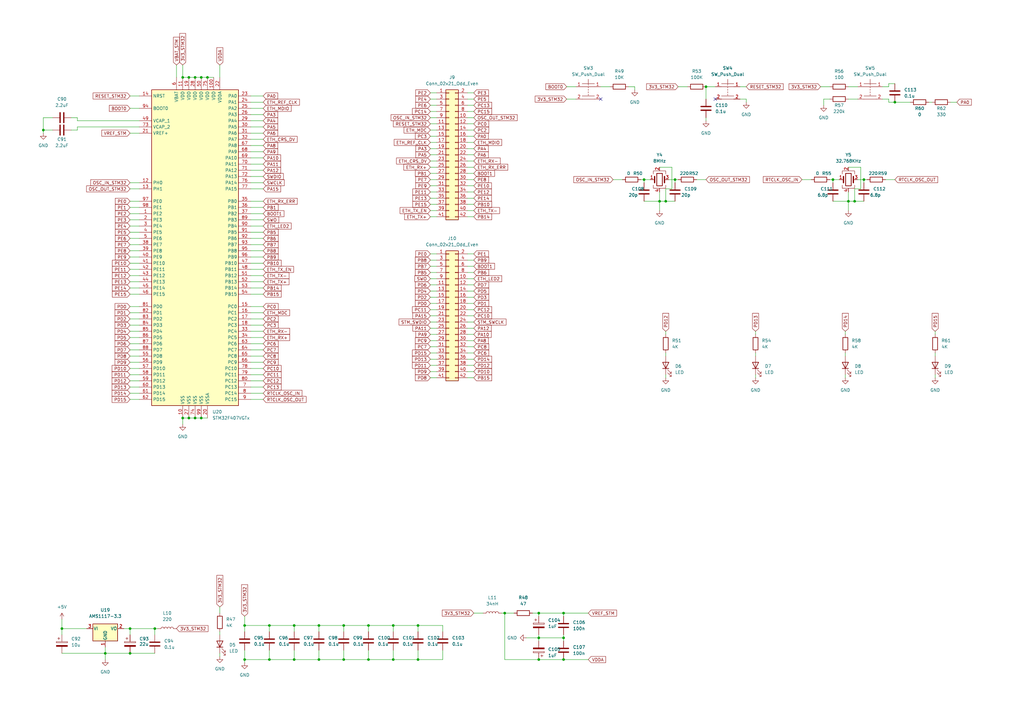
<source format=kicad_sch>
(kicad_sch (version 20211123) (generator eeschema)
  (paper "A3")
  (junction (at 220.98 270.51))
  (junction (at 231.14 270.51))
  (junction (at 43.18 267.97))
  (junction (at 53.34 257.81))
  (junction (at 82.55 171.45))
  (junction (at 231.14 251.46))
  (junction (at 85.09 31.75))
  (junction (at 161.29 270.51))
  (junction (at 120.65 256.54))
  (junction (at 151.13 256.54))
  (junction (at 77.47 31.75))
  (junction (at 74.93 171.45))
  (junction (at 220.98 251.46))
  (junction (at 110.49 270.51))
  (junction (at 25.4 257.81))
  (junction (at 264.16 73.66))
  (junction (at 171.45 270.51))
  (junction (at 347.98 82.55))
  (junction (at 171.45 256.54))
  (junction (at 80.01 171.45))
  (junction (at 354.33 73.66))
  (junction (at 207.01 251.46))
  (junction (at 220.98 261.62))
  (junction (at 53.34 267.97))
  (junction (at 350.52 82.55))
  (junction (at 231.14 261.62))
  (junction (at 130.81 270.51))
  (junction (at 140.97 270.51))
  (junction (at 82.55 31.75))
  (junction (at 63.5 257.81))
  (junction (at 110.49 256.54))
  (junction (at 276.86 73.66))
  (junction (at 100.33 270.51))
  (junction (at 367.03 41.91))
  (junction (at 80.01 31.75))
  (junction (at 74.93 31.75))
  (junction (at 151.13 270.51))
  (junction (at 270.51 82.55))
  (junction (at 289.56 35.56))
  (junction (at 77.47 171.45))
  (junction (at 120.65 270.51))
  (junction (at 17.78 53.34))
  (junction (at 130.81 256.54))
  (junction (at 161.29 256.54))
  (junction (at 273.05 82.55))
  (junction (at 100.33 256.54))
  (junction (at 140.97 256.54))
  (junction (at 341.63 73.66))
  (no_connect (at 246.38 40.64))
  (no_connect (at 293.37 40.64))
  (wire (pts (xy 130.81 256.54) (xy 140.97 256.54)))
  (wire (pts (xy 29.21 53.34) (xy 31.75 53.34)))
  (wire (pts (xy 191.77 73.66) (xy 194.31 73.66)))
  (wire (pts (xy 53.34 107.95) (xy 57.15 107.95)))
  (wire (pts (xy 383.54 144.78) (xy 383.54 146.05)))
  (wire (pts (xy 53.34 77.47) (xy 57.15 77.47)))
  (wire (pts (xy 176.53 154.94) (xy 179.07 154.94)))
  (wire (pts (xy 191.77 83.82) (xy 194.31 83.82)))
  (wire (pts (xy 74.93 26.67) (xy 74.93 31.75)))
  (wire (pts (xy 25.4 260.35) (xy 25.4 257.81)))
  (wire (pts (xy 191.77 63.5) (xy 194.31 63.5)))
  (wire (pts (xy 353.06 68.58) (xy 353.06 77.47)))
  (wire (pts (xy 140.97 256.54) (xy 140.97 259.08)))
  (wire (pts (xy 191.77 129.54) (xy 194.31 129.54)))
  (wire (pts (xy 364.49 40.64) (xy 364.49 41.91)))
  (wire (pts (xy 102.87 59.69) (xy 107.95 59.69)))
  (wire (pts (xy 347.98 40.64) (xy 351.79 40.64)))
  (wire (pts (xy 176.53 76.2) (xy 179.07 76.2)))
  (wire (pts (xy 53.34 115.57) (xy 57.15 115.57)))
  (wire (pts (xy 110.49 270.51) (xy 120.65 270.51)))
  (wire (pts (xy 191.77 60.96) (xy 194.31 60.96)))
  (wire (pts (xy 63.5 257.81) (xy 64.77 257.81)))
  (wire (pts (xy 181.61 256.54) (xy 181.61 259.08)))
  (wire (pts (xy 151.13 256.54) (xy 161.29 256.54)))
  (wire (pts (xy 176.53 106.68) (xy 179.07 106.68)))
  (wire (pts (xy 102.87 54.61) (xy 107.95 54.61)))
  (wire (pts (xy 140.97 266.7) (xy 140.97 270.51)))
  (wire (pts (xy 383.54 135.89) (xy 383.54 137.16)))
  (wire (pts (xy 130.81 256.54) (xy 130.81 259.08)))
  (wire (pts (xy 102.87 57.15) (xy 107.95 57.15)))
  (wire (pts (xy 191.77 76.2) (xy 194.31 76.2)))
  (wire (pts (xy 53.34 130.81) (xy 57.15 130.81)))
  (wire (pts (xy 251.46 73.66) (xy 255.27 73.66)))
  (wire (pts (xy 176.53 71.12) (xy 179.07 71.12)))
  (wire (pts (xy 53.34 105.41) (xy 57.15 105.41)))
  (wire (pts (xy 100.33 256.54) (xy 110.49 256.54)))
  (wire (pts (xy 176.53 152.4) (xy 179.07 152.4)))
  (wire (pts (xy 102.87 100.33) (xy 107.95 100.33)))
  (wire (pts (xy 176.53 147.32) (xy 179.07 147.32)))
  (wire (pts (xy 347.98 82.55) (xy 350.52 82.55)))
  (wire (pts (xy 347.98 82.55) (xy 347.98 86.36)))
  (wire (pts (xy 171.45 256.54) (xy 171.45 259.08)))
  (wire (pts (xy 53.34 54.61) (xy 57.15 54.61)))
  (wire (pts (xy 191.77 50.8) (xy 194.31 50.8)))
  (wire (pts (xy 275.59 77.47) (xy 273.05 77.47)))
  (wire (pts (xy 351.79 73.66) (xy 354.33 73.66)))
  (wire (pts (xy 257.81 35.56) (xy 260.35 35.56)))
  (wire (pts (xy 181.61 266.7) (xy 181.61 270.51)))
  (wire (pts (xy 191.77 45.72) (xy 194.31 45.72)))
  (wire (pts (xy 191.77 38.1) (xy 194.31 38.1)))
  (wire (pts (xy 102.87 74.93) (xy 107.95 74.93)))
  (wire (pts (xy 102.87 118.11) (xy 107.95 118.11)))
  (wire (pts (xy 102.87 143.51) (xy 107.95 143.51)))
  (wire (pts (xy 151.13 256.54) (xy 151.13 259.08)))
  (wire (pts (xy 53.34 156.21) (xy 57.15 156.21)))
  (wire (pts (xy 191.77 116.84) (xy 194.31 116.84)))
  (wire (pts (xy 53.34 260.35) (xy 53.34 257.81)))
  (wire (pts (xy 110.49 256.54) (xy 110.49 259.08)))
  (wire (pts (xy 231.14 260.35) (xy 231.14 261.62)))
  (wire (pts (xy 383.54 153.67) (xy 383.54 154.94)))
  (wire (pts (xy 53.34 39.37) (xy 57.15 39.37)))
  (wire (pts (xy 102.87 153.67) (xy 107.95 153.67)))
  (wire (pts (xy 191.77 149.86) (xy 194.31 149.86)))
  (wire (pts (xy 161.29 270.51) (xy 171.45 270.51)))
  (wire (pts (xy 102.87 77.47) (xy 107.95 77.47)))
  (wire (pts (xy 102.87 138.43) (xy 107.95 138.43)))
  (wire (pts (xy 17.78 53.34) (xy 17.78 48.26)))
  (wire (pts (xy 231.14 251.46) (xy 241.3 251.46)))
  (wire (pts (xy 102.87 102.87) (xy 107.95 102.87)))
  (wire (pts (xy 220.98 251.46) (xy 220.98 252.73)))
  (wire (pts (xy 306.07 40.64) (xy 306.07 41.91)))
  (wire (pts (xy 303.53 35.56) (xy 306.07 35.56)))
  (wire (pts (xy 264.16 82.55) (xy 270.51 82.55)))
  (wire (pts (xy 100.33 270.51) (xy 110.49 270.51)))
  (wire (pts (xy 191.77 104.14) (xy 194.31 104.14)))
  (wire (pts (xy 120.65 256.54) (xy 130.81 256.54)))
  (wire (pts (xy 346.71 153.67) (xy 346.71 154.94)))
  (wire (pts (xy 31.75 48.26) (xy 29.21 48.26)))
  (wire (pts (xy 102.87 64.77) (xy 107.95 64.77)))
  (wire (pts (xy 273.05 82.55) (xy 276.86 82.55)))
  (wire (pts (xy 176.53 134.62) (xy 179.07 134.62)))
  (wire (pts (xy 176.53 45.72) (xy 179.07 45.72)))
  (wire (pts (xy 264.16 73.66) (xy 266.7 73.66)))
  (wire (pts (xy 53.34 44.45) (xy 57.15 44.45)))
  (wire (pts (xy 194.31 251.46) (xy 198.12 251.46)))
  (wire (pts (xy 17.78 54.61) (xy 17.78 53.34)))
  (wire (pts (xy 90.17 248.92) (xy 90.17 251.46)))
  (wire (pts (xy 53.34 87.63) (xy 57.15 87.63)))
  (wire (pts (xy 176.53 43.18) (xy 179.07 43.18)))
  (wire (pts (xy 102.87 82.55) (xy 107.95 82.55)))
  (wire (pts (xy 273.05 153.67) (xy 273.05 154.94)))
  (wire (pts (xy 176.53 129.54) (xy 179.07 129.54)))
  (wire (pts (xy 191.77 88.9) (xy 194.31 88.9)))
  (wire (pts (xy 85.09 31.75) (xy 87.63 31.75)))
  (wire (pts (xy 43.18 267.97) (xy 43.18 265.43)))
  (wire (pts (xy 191.77 55.88) (xy 194.31 55.88)))
  (wire (pts (xy 276.86 73.66) (xy 278.13 73.66)))
  (wire (pts (xy 328.93 73.66) (xy 332.74 73.66)))
  (wire (pts (xy 80.01 171.45) (xy 82.55 171.45)))
  (wire (pts (xy 231.14 251.46) (xy 231.14 252.73)))
  (wire (pts (xy 53.34 135.89) (xy 57.15 135.89)))
  (wire (pts (xy 31.75 52.07) (xy 31.75 53.34)))
  (wire (pts (xy 191.77 71.12) (xy 194.31 71.12)))
  (wire (pts (xy 361.95 40.64) (xy 364.49 40.64)))
  (wire (pts (xy 102.87 92.71) (xy 107.95 92.71)))
  (wire (pts (xy 176.53 142.24) (xy 179.07 142.24)))
  (wire (pts (xy 102.87 72.39) (xy 107.95 72.39)))
  (wire (pts (xy 191.77 58.42) (xy 194.31 58.42)))
  (wire (pts (xy 207.01 251.46) (xy 210.82 251.46)))
  (wire (pts (xy 191.77 114.3) (xy 194.31 114.3)))
  (wire (pts (xy 191.77 134.62) (xy 194.31 134.62)))
  (wire (pts (xy 57.15 49.53) (xy 31.75 49.53)))
  (wire (pts (xy 102.87 146.05) (xy 107.95 146.05)))
  (wire (pts (xy 270.51 82.55) (xy 273.05 82.55)))
  (wire (pts (xy 77.47 31.75) (xy 80.01 31.75)))
  (wire (pts (xy 102.87 97.79) (xy 107.95 97.79)))
  (wire (pts (xy 347.98 68.58) (xy 353.06 68.58)))
  (wire (pts (xy 354.33 73.66) (xy 354.33 74.93)))
  (wire (pts (xy 353.06 77.47) (xy 350.52 77.47)))
  (wire (pts (xy 341.63 82.55) (xy 347.98 82.55)))
  (wire (pts (xy 274.32 73.66) (xy 276.86 73.66)))
  (wire (pts (xy 53.34 163.83) (xy 57.15 163.83)))
  (wire (pts (xy 289.56 48.26) (xy 289.56 49.53)))
  (wire (pts (xy 176.53 81.28) (xy 179.07 81.28)))
  (wire (pts (xy 354.33 73.66) (xy 355.6 73.66)))
  (wire (pts (xy 176.53 50.8) (xy 179.07 50.8)))
  (wire (pts (xy 341.63 73.66) (xy 344.17 73.66)))
  (wire (pts (xy 25.4 267.97) (xy 43.18 267.97)))
  (wire (pts (xy 191.77 132.08) (xy 194.31 132.08)))
  (wire (pts (xy 74.93 171.45) (xy 74.93 173.99)))
  (wire (pts (xy 191.77 86.36) (xy 194.31 86.36)))
  (wire (pts (xy 389.89 41.91) (xy 392.43 41.91)))
  (wire (pts (xy 191.77 154.94) (xy 194.31 154.94)))
  (wire (pts (xy 215.9 261.62) (xy 220.98 261.62)))
  (wire (pts (xy 191.77 137.16) (xy 194.31 137.16)))
  (wire (pts (xy 102.87 107.95) (xy 107.95 107.95)))
  (wire (pts (xy 53.34 128.27) (xy 57.15 128.27)))
  (wire (pts (xy 17.78 53.34) (xy 21.59 53.34)))
  (wire (pts (xy 102.87 105.41) (xy 107.95 105.41)))
  (wire (pts (xy 176.53 144.78) (xy 179.07 144.78)))
  (wire (pts (xy 364.49 34.29) (xy 367.03 34.29)))
  (wire (pts (xy 102.87 135.89) (xy 107.95 135.89)))
  (wire (pts (xy 102.87 85.09) (xy 107.95 85.09)))
  (wire (pts (xy 102.87 115.57) (xy 107.95 115.57)))
  (wire (pts (xy 191.77 111.76) (xy 194.31 111.76)))
  (wire (pts (xy 218.44 251.46) (xy 220.98 251.46)))
  (wire (pts (xy 53.34 85.09) (xy 57.15 85.09)))
  (wire (pts (xy 53.34 74.93) (xy 57.15 74.93)))
  (wire (pts (xy 270.51 82.55) (xy 270.51 86.36)))
  (wire (pts (xy 350.52 77.47) (xy 350.52 82.55)))
  (wire (pts (xy 176.53 137.16) (xy 179.07 137.16)))
  (wire (pts (xy 341.63 73.66) (xy 341.63 74.93)))
  (wire (pts (xy 102.87 133.35) (xy 107.95 133.35)))
  (wire (pts (xy 220.98 261.62) (xy 231.14 261.62)))
  (wire (pts (xy 100.33 252.73) (xy 100.33 256.54)))
  (wire (pts (xy 43.18 267.97) (xy 43.18 270.51)))
  (wire (pts (xy 191.77 119.38) (xy 194.31 119.38)))
  (wire (pts (xy 171.45 270.51) (xy 171.45 266.7)))
  (wire (pts (xy 102.87 128.27) (xy 107.95 128.27)))
  (wire (pts (xy 161.29 266.7) (xy 161.29 270.51)))
  (wire (pts (xy 191.77 124.46) (xy 194.31 124.46)))
  (wire (pts (xy 176.53 60.96) (xy 179.07 60.96)))
  (wire (pts (xy 176.53 104.14) (xy 179.07 104.14)))
  (wire (pts (xy 346.71 135.89) (xy 346.71 137.16)))
  (wire (pts (xy 53.34 113.03) (xy 57.15 113.03)))
  (wire (pts (xy 176.53 83.82) (xy 179.07 83.82)))
  (wire (pts (xy 278.13 35.56) (xy 281.94 35.56)))
  (wire (pts (xy 53.34 97.79) (xy 57.15 97.79)))
  (wire (pts (xy 191.77 142.24) (xy 194.31 142.24)))
  (wire (pts (xy 140.97 256.54) (xy 151.13 256.54)))
  (wire (pts (xy 246.38 35.56) (xy 250.19 35.56)))
  (wire (pts (xy 53.34 161.29) (xy 57.15 161.29)))
  (wire (pts (xy 53.34 110.49) (xy 57.15 110.49)))
  (wire (pts (xy 176.53 121.92) (xy 179.07 121.92)))
  (wire (pts (xy 31.75 49.53) (xy 31.75 48.26)))
  (wire (pts (xy 176.53 38.1) (xy 179.07 38.1)))
  (wire (pts (xy 102.87 125.73) (xy 107.95 125.73)))
  (wire (pts (xy 102.87 67.31) (xy 107.95 67.31)))
  (wire (pts (xy 191.77 152.4) (xy 194.31 152.4)))
  (wire (pts (xy 337.82 43.18) (xy 337.82 40.64)))
  (wire (pts (xy 102.87 110.49) (xy 107.95 110.49)))
  (wire (pts (xy 191.77 40.64) (xy 194.31 40.64)))
  (wire (pts (xy 53.34 125.73) (xy 57.15 125.73)))
  (wire (pts (xy 191.77 109.22) (xy 194.31 109.22)))
  (wire (pts (xy 102.87 148.59) (xy 107.95 148.59)))
  (wire (pts (xy 53.34 118.11) (xy 57.15 118.11)))
  (wire (pts (xy 363.22 73.66) (xy 367.03 73.66)))
  (wire (pts (xy 57.15 52.07) (xy 31.75 52.07)))
  (wire (pts (xy 120.65 259.08) (xy 120.65 256.54)))
  (wire (pts (xy 102.87 87.63) (xy 107.95 87.63)))
  (wire (pts (xy 102.87 113.03) (xy 107.95 113.03)))
  (wire (pts (xy 176.53 114.3) (xy 179.07 114.3)))
  (wire (pts (xy 102.87 120.65) (xy 107.95 120.65)))
  (wire (pts (xy 367.03 41.91) (xy 373.38 41.91)))
  (wire (pts (xy 275.59 68.58) (xy 275.59 77.47)))
  (wire (pts (xy 53.34 95.25) (xy 57.15 95.25)))
  (wire (pts (xy 220.98 251.46) (xy 231.14 251.46)))
  (wire (pts (xy 90.17 259.08) (xy 90.17 260.35)))
  (wire (pts (xy 176.53 119.38) (xy 179.07 119.38)))
  (wire (pts (xy 361.95 35.56) (xy 364.49 35.56)))
  (wire (pts (xy 53.34 148.59) (xy 57.15 148.59)))
  (wire (pts (xy 273.05 77.47) (xy 273.05 82.55)))
  (wire (pts (xy 102.87 130.81) (xy 107.95 130.81)))
  (wire (pts (xy 309.88 153.67) (xy 309.88 154.94)))
  (wire (pts (xy 273.05 144.78) (xy 273.05 146.05)))
  (wire (pts (xy 53.34 133.35) (xy 57.15 133.35)))
  (wire (pts (xy 140.97 270.51) (xy 151.13 270.51)))
  (wire (pts (xy 100.33 270.51) (xy 100.33 271.78)))
  (wire (pts (xy 364.49 41.91) (xy 367.03 41.91)))
  (wire (pts (xy 191.77 81.28) (xy 194.31 81.28)))
  (wire (pts (xy 289.56 35.56) (xy 293.37 35.56)))
  (wire (pts (xy 53.34 140.97) (xy 57.15 140.97)))
  (wire (pts (xy 63.5 257.81) (xy 63.5 260.35)))
  (wire (pts (xy 53.34 143.51) (xy 57.15 143.51)))
  (wire (pts (xy 102.87 49.53) (xy 107.95 49.53)))
  (wire (pts (xy 102.87 62.23) (xy 107.95 62.23)))
  (wire (pts (xy 207.01 270.51) (xy 220.98 270.51)))
  (wire (pts (xy 176.53 66.04) (xy 179.07 66.04)))
  (wire (pts (xy 191.77 121.92) (xy 194.31 121.92)))
  (wire (pts (xy 53.34 102.87) (xy 57.15 102.87)))
  (wire (pts (xy 176.53 109.22) (xy 179.07 109.22)))
  (wire (pts (xy 53.34 153.67) (xy 57.15 153.67)))
  (wire (pts (xy 176.53 86.36) (xy 179.07 86.36)))
  (wire (pts (xy 110.49 266.7) (xy 110.49 270.51)))
  (wire (pts (xy 260.35 35.56) (xy 260.35 36.83)))
  (wire (pts (xy 82.55 171.45) (xy 85.09 171.45)))
  (wire (pts (xy 270.51 68.58) (xy 275.59 68.58)))
  (wire (pts (xy 176.53 40.64) (xy 179.07 40.64)))
  (wire (pts (xy 53.34 100.33) (xy 57.15 100.33)))
  (wire (pts (xy 102.87 44.45) (xy 107.95 44.45)))
  (wire (pts (xy 176.53 53.34) (xy 179.07 53.34)))
  (wire (pts (xy 25.4 254) (xy 25.4 257.81)))
  (wire (pts (xy 161.29 256.54) (xy 171.45 256.54)))
  (wire (pts (xy 82.55 31.75) (xy 85.09 31.75)))
  (wire (pts (xy 207.01 251.46) (xy 207.01 270.51)))
  (wire (pts (xy 191.77 78.74) (xy 194.31 78.74)))
  (wire (pts (xy 346.71 144.78) (xy 346.71 146.05)))
  (wire (pts (xy 205.74 251.46) (xy 207.01 251.46)))
  (wire (pts (xy 176.53 127) (xy 179.07 127)))
  (wire (pts (xy 270.51 78.74) (xy 270.51 82.55)))
  (wire (pts (xy 176.53 78.74) (xy 179.07 78.74)))
  (wire (pts (xy 273.05 135.89) (xy 273.05 137.16)))
  (wire (pts (xy 25.4 257.81) (xy 35.56 257.81)))
  (wire (pts (xy 264.16 73.66) (xy 264.16 74.93)))
  (wire (pts (xy 171.45 256.54) (xy 181.61 256.54)))
  (wire (pts (xy 90.17 26.67) (xy 90.17 31.75)))
  (wire (pts (xy 303.53 40.64) (xy 306.07 40.64)))
  (wire (pts (xy 176.53 48.26) (xy 179.07 48.26)))
  (wire (pts (xy 53.34 146.05) (xy 57.15 146.05)))
  (wire (pts (xy 53.34 138.43) (xy 57.15 138.43)))
  (wire (pts (xy 176.53 68.58) (xy 179.07 68.58)))
  (wire (pts (xy 102.87 140.97) (xy 107.95 140.97)))
  (wire (pts (xy 102.87 39.37) (xy 107.95 39.37)))
  (wire (pts (xy 347.98 78.74) (xy 347.98 82.55)))
  (wire (pts (xy 176.53 149.86) (xy 179.07 149.86)))
  (wire (pts (xy 347.98 35.56) (xy 351.79 35.56)))
  (wire (pts (xy 102.87 95.25) (xy 107.95 95.25)))
  (wire (pts (xy 191.77 48.26) (xy 194.31 48.26)))
  (wire (pts (xy 151.13 270.51) (xy 161.29 270.51)))
  (wire (pts (xy 102.87 151.13) (xy 107.95 151.13)))
  (wire (pts (xy 350.52 82.55) (xy 354.33 82.55)))
  (wire (pts (xy 176.53 55.88) (xy 179.07 55.88)))
  (wire (pts (xy 176.53 116.84) (xy 179.07 116.84)))
  (wire (pts (xy 53.34 267.97) (xy 63.5 267.97)))
  (wire (pts (xy 102.87 156.21) (xy 107.95 156.21)))
  (wire (pts (xy 191.77 68.58) (xy 194.31 68.58)))
  (wire (pts (xy 191.77 127) (xy 194.31 127)))
  (wire (pts (xy 336.55 35.56) (xy 340.36 35.56)))
  (wire (pts (xy 102.87 69.85) (xy 107.95 69.85)))
  (wire (pts (xy 120.65 266.7) (xy 120.65 270.51)))
  (wire (pts (xy 191.77 139.7) (xy 194.31 139.7)))
  (wire (pts (xy 176.53 88.9) (xy 179.07 88.9)))
  (wire (pts (xy 340.36 73.66) (xy 341.63 73.66)))
  (wire (pts (xy 262.89 73.66) (xy 264.16 73.66)))
  (wire (pts (xy 191.77 147.32) (xy 194.31 147.32)))
  (wire (pts (xy 176.53 124.46) (xy 179.07 124.46)))
  (wire (pts (xy 289.56 35.56) (xy 289.56 40.64)))
  (wire (pts (xy 102.87 41.91) (xy 107.95 41.91)))
  (wire (pts (xy 191.77 144.78) (xy 194.31 144.78)))
  (wire (pts (xy 102.87 161.29) (xy 107.95 161.29)))
  (wire (pts (xy 90.17 267.97) (xy 90.17 269.24)))
  (wire (pts (xy 120.65 270.51) (xy 130.81 270.51)))
  (wire (pts (xy 74.93 31.75) (xy 77.47 31.75)))
  (wire (pts (xy 53.34 92.71) (xy 57.15 92.71)))
  (wire (pts (xy 176.53 132.08) (xy 179.07 132.08)))
  (wire (pts (xy 100.33 266.7) (xy 100.33 270.51)))
  (wire (pts (xy 53.34 257.81) (xy 63.5 257.81)))
  (wire (pts (xy 309.88 144.78) (xy 309.88 146.05)))
  (wire (pts (xy 191.77 66.04) (xy 194.31 66.04)))
  (wire (pts (xy 176.53 58.42) (xy 179.07 58.42)))
  (wire (pts (xy 276.86 73.66) (xy 276.86 74.93)))
  (wire (pts (xy 53.34 90.17) (xy 57.15 90.17)))
  (wire (pts (xy 17.78 48.26) (xy 21.59 48.26)))
  (wire (pts (xy 100.33 256.54) (xy 100.33 259.08)))
  (wire (pts (xy 102.87 90.17) (xy 107.95 90.17)))
  (wire (pts (xy 74.93 171.45) (xy 77.47 171.45)))
  (wire (pts (xy 130.81 270.51) (xy 140.97 270.51)))
  (wire (pts (xy 381 41.91) (xy 382.27 41.91)))
  (wire (pts (xy 43.18 267.97) (xy 53.34 267.97)))
  (wire (pts (xy 110.49 256.54) (xy 120.65 256.54)))
  (wire (pts (xy 181.61 270.51) (xy 171.45 270.51)))
  (wire (pts (xy 50.8 257.81) (xy 53.34 257.81)))
  (wire (pts (xy 220.98 260.35) (xy 220.98 261.62)))
  (wire (pts (xy 220.98 270.51) (xy 231.14 270.51)))
  (wire (pts (xy 220.98 261.62) (xy 220.98 262.89)))
  (wire (pts (xy 232.41 40.64) (xy 236.22 40.64)))
  (wire (pts (xy 161.29 259.08) (xy 161.29 256.54)))
  (wire (pts (xy 191.77 43.18) (xy 194.31 43.18)))
  (wire (pts (xy 364.49 35.56) (xy 364.49 34.29)))
  (wire (pts (xy 151.13 266.7) (xy 151.13 270.51)))
  (wire (pts (xy 232.41 35.56) (xy 236.22 35.56)))
  (wire (pts (xy 53.34 82.55) (xy 57.15 82.55)))
  (wire (pts (xy 176.53 139.7) (xy 179.07 139.7)))
  (wire (pts (xy 176.53 63.5) (xy 179.07 63.5)))
  (wire (pts (xy 102.87 46.99) (xy 107.95 46.99)))
  (wire (pts (xy 53.34 120.65) (xy 57.15 120.65)))
  (wire (pts (xy 285.75 73.66) (xy 289.56 73.66)))
  (wire (pts (xy 176.53 73.66) (xy 179.07 73.66)))
  (wire (pts (xy 130.81 266.7) (xy 130.81 270.51)))
  (wire (pts (xy 80.01 31.75) (xy 82.55 31.75)))
  (wire (pts (xy 53.34 158.75) (xy 57.15 158.75)))
  (wire (pts (xy 231.14 270.51) (xy 241.3 270.51)))
  (wire (pts (xy 231.14 261.62) (xy 231.14 262.89)))
  (wire (pts (xy 191.77 106.68) (xy 194.31 106.68)))
  (wire (pts (xy 176.53 111.76) (xy 179.07 111.76)))
  (wire (pts (xy 102.87 163.83) (xy 107.95 163.83)))
  (wire (pts (xy 72.39 26.67) (xy 72.39 31.75)))
  (wire (pts (xy 309.88 135.89) (xy 309.88 137.16)))
  (wire (pts (xy 77.47 171.45) (xy 80.01 171.45)))
  (wire (pts (xy 102.87 52.07) (xy 107.95 52.07)))
  (wire (pts (xy 53.34 151.13) (xy 57.15 151.13)))
  (wire (pts (xy 191.77 53.34) (xy 194.31 53.34)))
  (wire (pts (xy 102.87 158.75) (xy 107.95 158.75)))
  (wire (pts (xy 337.82 40.64) (xy 340.36 40.64)))
  (global_label "PD2" (shape input) (at 53.34 130.81 180) (property "Intersheet References" "${INTERSHEET_REFS}" (effects hide)))
  (global_label "ETH_RX_ERR" (shape input) (at 194.31 68.58 0) (property "Intersheet References" "${INTERSHEET_REFS}" (effects hide)))
  (global_label "PD7" (shape input) (at 194.31 116.84 0) (property "Intersheet References" "${INTERSHEET_REFS}" (effects hide)))
  (global_label "PE11" (shape input) (at 53.34 110.49 180) (property "Intersheet References" "${INTERSHEET_REFS}" (effects hide)))
  (global_label "PD3" (shape input) (at 53.34 133.35 180) (property "Intersheet References" "${INTERSHEET_REFS}" (effects hide)))
  (global_label "PA12" (shape input) (at 107.95 69.85 0) (property "Intersheet References" "${INTERSHEET_REFS}" (effects hide)))
  (global_label "PE15" (shape input) (at 176.53 83.82 180) (property "Intersheet References" "${INTERSHEET_REFS}" (effects hide)))
  (global_label "PA15" (shape input) (at 107.95 77.47 0) (property "Intersheet References" "${INTERSHEET_REFS}" (effects hide)))
  (global_label "PD5" (shape input) (at 53.34 138.43 180) (property "Intersheet References" "${INTERSHEET_REFS}" (effects hide)))
  (global_label "PD15" (shape input) (at 53.34 163.83 180) (property "Intersheet References" "${INTERSHEET_REFS}" (effects hide)))
  (global_label "ETH_MDC" (shape input) (at 107.95 128.27 0) (property "Intersheet References" "${INTERSHEET_REFS}" (effects hide)))
  (global_label "PC9" (shape input) (at 176.53 139.7 180) (property "Intersheet References" "${INTERSHEET_REFS}" (effects hide)))
  (global_label "3V3_STM32" (shape input) (at 232.41 40.64 180) (property "Intersheet References" "${INTERSHEET_REFS}" (effects hide)))
  (global_label "PD12" (shape input) (at 53.34 156.21 180) (property "Intersheet References" "${INTERSHEET_REFS}" (effects hide)))
  (global_label "ETH_RX-" (shape input) (at 107.95 135.89 0) (property "Intersheet References" "${INTERSHEET_REFS}" (effects hide)))
  (global_label "PA9" (shape input) (at 176.53 137.16 180) (property "Intersheet References" "${INTERSHEET_REFS}" (effects hide)))
  (global_label "PE11" (shape input) (at 176.53 78.74 180) (property "Intersheet References" "${INTERSHEET_REFS}" (effects hide)))
  (global_label "PB1" (shape input) (at 107.95 85.09 0) (property "Intersheet References" "${INTERSHEET_REFS}" (effects hide)))
  (global_label "PC7" (shape input) (at 176.53 142.24 180) (property "Intersheet References" "${INTERSHEET_REFS}" (effects hide)))
  (global_label "ETH_TX_EN" (shape input) (at 107.95 110.49 0) (property "Intersheet References" "${INTERSHEET_REFS}" (effects hide)))
  (global_label "PB10" (shape input) (at 194.31 83.82 0) (property "Intersheet References" "${INTERSHEET_REFS}" (effects hide)))
  (global_label "PD14" (shape input) (at 346.71 135.89 90) (property "Intersheet References" "${INTERSHEET_REFS}" (effects hide)))
  (global_label "VDDA" (shape input) (at 241.3 270.51 0) (property "Intersheet References" "${INTERSHEET_REFS}" (effects hide)))
  (global_label "ETH_CRS_DV" (shape input) (at 176.53 66.04 180) (property "Intersheet References" "${INTERSHEET_REFS}" (effects hide)))
  (global_label "PB15" (shape input) (at 194.31 154.94 0) (property "Intersheet References" "${INTERSHEET_REFS}" (effects hide)))
  (global_label "PE3" (shape input) (at 194.31 38.1 0) (property "Intersheet References" "${INTERSHEET_REFS}" (effects hide)))
  (global_label "PA3" (shape input) (at 176.53 60.96 180) (property "Intersheet References" "${INTERSHEET_REFS}" (effects hide)))
  (global_label "PA0" (shape input) (at 194.31 55.88 0) (property "Intersheet References" "${INTERSHEET_REFS}" (effects hide)))
  (global_label "RTCLK_OSC_IN" (shape input) (at 328.93 73.66 180) (property "Intersheet References" "${INTERSHEET_REFS}" (effects hide)))
  (global_label "PD2" (shape input) (at 176.53 121.92 180) (property "Intersheet References" "${INTERSHEET_REFS}" (effects hide)))
  (global_label "PD13" (shape input) (at 176.53 147.32 180) (property "Intersheet References" "${INTERSHEET_REFS}" (effects hide)))
  (global_label "BOOT1" (shape input) (at 194.31 71.12 0) (property "Intersheet References" "${INTERSHEET_REFS}" (effects hide)))
  (global_label "PE9" (shape input) (at 53.34 105.41 180) (property "Intersheet References" "${INTERSHEET_REFS}" (effects hide)))
  (global_label "ETH_TX+" (shape input) (at 107.95 115.57 0) (property "Intersheet References" "${INTERSHEET_REFS}" (effects hide)))
  (global_label "PD9" (shape input) (at 53.34 148.59 180) (property "Intersheet References" "${INTERSHEET_REFS}" (effects hide)))
  (global_label "ETH_REF_CLK" (shape input) (at 176.53 58.42 180) (property "Intersheet References" "${INTERSHEET_REFS}" (effects hide)))
  (global_label "ETH_RX+" (shape input) (at 176.53 68.58 180) (property "Intersheet References" "${INTERSHEET_REFS}" (effects hide)))
  (global_label "3V3_STM32" (shape input) (at 90.17 248.92 90) (property "Intersheet References" "${INTERSHEET_REFS}" (effects hide)))
  (global_label "PB6" (shape input) (at 107.95 97.79 0) (property "Intersheet References" "${INTERSHEET_REFS}" (effects hide)))
  (global_label "OSC_IN_STM32" (shape input) (at 53.34 74.93 180) (property "Intersheet References" "${INTERSHEET_REFS}" (effects hide)))
  (global_label "PA11" (shape input) (at 176.53 134.62 180) (property "Intersheet References" "${INTERSHEET_REFS}" (effects hide)))
  (global_label "PB10" (shape input) (at 107.95 107.95 0) (property "Intersheet References" "${INTERSHEET_REFS}" (effects hide)))
  (global_label "RTCLK_OSC_IN" (shape input) (at 107.95 161.29 0) (property "Intersheet References" "${INTERSHEET_REFS}" (effects hide)))
  (global_label "STM_SWCLK" (shape input) (at 194.31 132.08 0) (property "Intersheet References" "${INTERSHEET_REFS}" (effects hide)))
  (global_label "PA8" (shape input) (at 194.31 139.7 0) (property "Intersheet References" "${INTERSHEET_REFS}" (effects hide)))
  (global_label "PE0" (shape input) (at 53.34 82.55 180) (property "Intersheet References" "${INTERSHEET_REFS}" (effects hide)))
  (global_label "PE14" (shape input) (at 194.31 81.28 0) (property "Intersheet References" "${INTERSHEET_REFS}" (effects hide)))
  (global_label "ETH_TX+" (shape input) (at 176.53 88.9 180) (property "Intersheet References" "${INTERSHEET_REFS}" (effects hide)))
  (global_label "ETH_TX_EN" (shape input) (at 176.53 86.36 180) (property "Intersheet References" "${INTERSHEET_REFS}" (effects hide)))
  (global_label "PE7" (shape input) (at 53.34 100.33 180) (property "Intersheet References" "${INTERSHEET_REFS}" (effects hide)))
  (global_label "PD0" (shape input) (at 176.53 124.46 180) (property "Intersheet References" "${INTERSHEET_REFS}" (effects hide)))
  (global_label "PD1" (shape input) (at 53.34 128.27 180) (property "Intersheet References" "${INTERSHEET_REFS}" (effects hide)))
  (global_label "PB8" (shape input) (at 107.95 102.87 0) (property "Intersheet References" "${INTERSHEET_REFS}" (effects hide)))
  (global_label "PC8" (shape input) (at 107.95 146.05 0) (property "Intersheet References" "${INTERSHEET_REFS}" (effects hide)))
  (global_label "ETH_RX_ERR" (shape input) (at 107.95 82.55 0) (property "Intersheet References" "${INTERSHEET_REFS}" (effects hide)))
  (global_label "PA8" (shape input) (at 107.95 59.69 0) (property "Intersheet References" "${INTERSHEET_REFS}" (effects hide)))
  (global_label "PA6" (shape input) (at 194.31 63.5 0) (property "Intersheet References" "${INTERSHEET_REFS}" (effects hide)))
  (global_label "SWCLK" (shape input) (at 107.95 74.93 0) (property "Intersheet References" "${INTERSHEET_REFS}" (effects hide)))
  (global_label "PD3" (shape input) (at 194.31 121.92 0) (property "Intersheet References" "${INTERSHEET_REFS}" (effects hide)))
  (global_label "PC12" (shape input) (at 194.31 127 0) (property "Intersheet References" "${INTERSHEET_REFS}" (effects hide)))
  (global_label "PE3" (shape input) (at 53.34 90.17 180) (property "Intersheet References" "${INTERSHEET_REFS}" (effects hide)))
  (global_label "3V3_STM32" (shape input) (at 278.13 35.56 180) (property "Intersheet References" "${INTERSHEET_REFS}" (effects hide)))
  (global_label "PC11" (shape input) (at 176.53 127 180) (property "Intersheet References" "${INTERSHEET_REFS}" (effects hide)))
  (global_label "ETH_MDIO" (shape input) (at 194.31 58.42 0) (property "Intersheet References" "${INTERSHEET_REFS}" (effects hide)))
  (global_label "PD1" (shape input) (at 194.31 124.46 0) (property "Intersheet References" "${INTERSHEET_REFS}" (effects hide)))
  (global_label "PC2" (shape input) (at 107.95 130.81 0) (property "Intersheet References" "${INTERSHEET_REFS}" (effects hide)))
  (global_label "VREF_STM" (shape input) (at 241.3 251.46 0) (property "Intersheet References" "${INTERSHEET_REFS}" (effects hide)))
  (global_label "PC8" (shape input) (at 194.31 142.24 0) (property "Intersheet References" "${INTERSHEET_REFS}" (effects hide)))
  (global_label "3V3_STM32" (shape input) (at 336.55 35.56 180) (property "Intersheet References" "${INTERSHEET_REFS}" (effects hide)))
  (global_label "PA10" (shape input) (at 194.31 137.16 0) (property "Intersheet References" "${INTERSHEET_REFS}" (effects hide)))
  (global_label "PB14" (shape input) (at 194.31 88.9 0) (property "Intersheet References" "${INTERSHEET_REFS}" (effects hide)))
  (global_label "PD8" (shape input) (at 53.34 146.05 180) (property "Intersheet References" "${INTERSHEET_REFS}" (effects hide)))
  (global_label "PE8" (shape input) (at 53.34 102.87 180) (property "Intersheet References" "${INTERSHEET_REFS}" (effects hide)))
  (global_label "PB5" (shape input) (at 107.95 95.25 0) (property "Intersheet References" "${INTERSHEET_REFS}" (effects hide)))
  (global_label "PC3" (shape input) (at 107.95 133.35 0) (property "Intersheet References" "${INTERSHEET_REFS}" (effects hide)))
  (global_label "BOOT0" (shape input) (at 232.41 35.56 180) (property "Intersheet References" "${INTERSHEET_REFS}" (effects hide)))
  (global_label "PD14" (shape input) (at 53.34 161.29 180) (property "Intersheet References" "${INTERSHEET_REFS}" (effects hide)))
  (global_label "PA5" (shape input) (at 176.53 63.5 180) (property "Intersheet References" "${INTERSHEET_REFS}" (effects hide)))
  (global_label "PB15" (shape input) (at 107.95 120.65 0) (property "Intersheet References" "${INTERSHEET_REFS}" (effects hide)))
  (global_label "3V3_STM32" (shape input) (at 74.93 26.67 90) (property "Intersheet References" "${INTERSHEET_REFS}" (effects hide)))
  (global_label "PD13" (shape input) (at 309.88 135.89 90) (property "Intersheet References" "${INTERSHEET_REFS}" (effects hide)))
  (global_label "PE1" (shape input) (at 53.34 85.09 180) (property "Intersheet References" "${INTERSHEET_REFS}" (effects hide)))
  (global_label "PC7" (shape input) (at 107.95 143.51 0) (property "Intersheet References" "${INTERSHEET_REFS}" (effects hide)))
  (global_label "PC15" (shape input) (at 194.31 45.72 0) (property "Intersheet References" "${INTERSHEET_REFS}" (effects hide)))
  (global_label "ETH_TX-" (shape input) (at 194.31 86.36 0) (property "Intersheet References" "${INTERSHEET_REFS}" (effects hide)))
  (global_label "PE15" (shape input) (at 53.34 120.65 180) (property "Intersheet References" "${INTERSHEET_REFS}" (effects hide)))
  (global_label "ETH_CRS_DV" (shape input) (at 107.95 57.15 0) (property "Intersheet References" "${INTERSHEET_REFS}" (effects hide)))
  (global_label "BOOT0" (shape input) (at 53.34 44.45 180) (property "Intersheet References" "${INTERSHEET_REFS}" (effects hide)))
  (global_label "PD12" (shape input) (at 273.05 135.89 90) (property "Intersheet References" "${INTERSHEET_REFS}" (effects hide)))
  (global_label "OSC_OUT_STM32" (shape input) (at 194.31 48.26 0) (property "Intersheet References" "${INTERSHEET_REFS}" (effects hide)))
  (global_label "PE9" (shape input) (at 176.53 76.2 180) (property "Intersheet References" "${INTERSHEET_REFS}" (effects hide)))
  (global_label "PC6" (shape input) (at 194.31 144.78 0) (property "Intersheet References" "${INTERSHEET_REFS}" (effects hide)))
  (global_label "ETH_REF_CLK" (shape input) (at 107.95 41.91 0) (property "Intersheet References" "${INTERSHEET_REFS}" (effects hide)))
  (global_label "ETH_LED2" (shape input) (at 194.31 114.3 0) (property "Intersheet References" "${INTERSHEET_REFS}" (effects hide)))
  (global_label "PA4" (shape input) (at 107.95 49.53 0) (property "Intersheet References" "${INTERSHEET_REFS}" (effects hide)))
  (global_label "PE1" (shape input) (at 194.31 104.14 0) (property "Intersheet References" "${INTERSHEET_REFS}" (effects hide)))
  (global_label "PA3" (shape input) (at 107.95 46.99 0) (property "Intersheet References" "${INTERSHEET_REFS}" (effects hide)))
  (global_label "PA9" (shape input) (at 107.95 62.23 0) (property "Intersheet References" "${INTERSHEET_REFS}" (effects hide)))
  (global_label "PE7" (shape input) (at 176.53 73.66 180) (property "Intersheet References" "${INTERSHEET_REFS}" (effects hide)))
  (global_label "PA4" (shape input) (at 194.31 60.96 0) (property "Intersheet References" "${INTERSHEET_REFS}" (effects hide)))
  (global_label "ETH_TX-" (shape input) (at 107.95 113.03 0) (property "Intersheet References" "${INTERSHEET_REFS}" (effects hide)))
  (global_label "PB8" (shape input) (at 176.53 106.68 180) (property "Intersheet References" "${INTERSHEET_REFS}" (effects hide)))
  (global_label "PD4" (shape input) (at 53.34 135.89 180) (property "Intersheet References" "${INTERSHEET_REFS}" (effects hide)))
  (global_label "PC12" (shape input) (at 107.95 156.21 0) (property "Intersheet References" "${INTERSHEET_REFS}" (effects hide)))
  (global_label "PD11" (shape input) (at 53.34 153.67 180) (property "Intersheet References" "${INTERSHEET_REFS}" (effects hide)))
  (global_label "VDDA" (shape input) (at 90.17 26.67 90) (property "Intersheet References" "${INTERSHEET_REFS}" (effects hide)))
  (global_label "PE5" (shape input) (at 53.34 95.25 180) (property "Intersheet References" "${INTERSHEET_REFS}" (effects hide)))
  (global_label "PA6" (shape input) (at 107.95 54.61 0) (property "Intersheet References" "${INTERSHEET_REFS}" (effects hide)))
  (global_label "BOOT1" (shape input) (at 107.95 87.63 0) (property "Intersheet References" "${INTERSHEET_REFS}" (effects hide)))
  (global_label "STM_SWDIO" (shape input) (at 176.53 132.08 180) (property "Intersheet References" "${INTERSHEET_REFS}" (effects hide)))
  (global_label "SWO" (shape input) (at 107.95 90.17 0) (property "Intersheet References" "${INTERSHEET_REFS}" (effects hide)))
  (global_label "PC6" (shape input) (at 107.95 140.97 0) (property "Intersheet References" "${INTERSHEET_REFS}" (effects hide)))
  (global_label "PB9" (shape input) (at 107.95 105.41 0) (property "Intersheet References" "${INTERSHEET_REFS}" (effects hide)))
  (global_label "PD11" (shape input) (at 176.53 149.86 180) (property "Intersheet References" "${INTERSHEET_REFS}" (effects hide)))
  (global_label "PD15" (shape input) (at 176.53 144.78 180) (property "Intersheet References" "${INTERSHEET_REFS}" (effects hide)))
  (global_label "ETH_RX+" (shape input) (at 107.95 138.43 0) (property "Intersheet References" "${INTERSHEET_REFS}" (effects hide)))
  (global_label "ETH_LED2" (shape input) (at 107.95 92.71 0) (property "Intersheet References" "${INTERSHEET_REFS}" (effects hide)))
  (global_label "PD10" (shape input) (at 53.34 151.13 180) (property "Intersheet References" "${INTERSHEET_REFS}" (effects hide)))
  (global_label "PD7" (shape input) (at 53.34 143.51 180) (property "Intersheet References" "${INTERSHEET_REFS}" (effects hide)))
  (global_label "RESET_STM32" (shape input) (at 53.34 39.37 180) (property "Intersheet References" "${INTERSHEET_REFS}" (effects hide)))
  (global_label "VBAT_STM" (shape input) (at 72.39 26.67 90) (property "Intersheet References" "${INTERSHEET_REFS}" (effects hide)))
  (global_label "PE0" (shape input) (at 176.53 104.14 180) (property "Intersheet References" "${INTERSHEET_REFS}" (effects hide)))
  (global_label "PC0" (shape input) (at 194.31 50.8 0) (property "Intersheet References" "${INTERSHEET_REFS}" (effects hide)))
  (global_label "OSC_OUT_STM32" (shape input) (at 53.34 77.47 180) (property "Intersheet References" "${INTERSHEET_REFS}" (effects hide)))
  (global_label "PE13" (shape input) (at 53.34 115.57 180) (property "Intersheet References" "${INTERSHEET_REFS}" (effects hide)))
  (global_label "PC11" (shape input) (at 107.95 153.67 0) (property "Intersheet References" "${INTERSHEET_REFS}" (effects hide)))
  (global_label "PB6" (shape input) (at 194.31 111.76 0) (property "Intersheet References" "${INTERSHEET_REFS}" (effects hide)))
  (global_label "PD12" (shape input) (at 194.31 149.86 0) (property "Intersheet References" "${INTERSHEET_REFS}" (effects hide)))
  (global_label "PE2" (shape input) (at 53.34 87.63 180) (property "Intersheet References" "${INTERSHEET_REFS}" (effects hide)))
  (global_label "VREF_STM" (shape input) (at 53.34 54.61 180) (property "Intersheet References" "${INTERSHEET_REFS}" (effects hide)))
  (global_label "PD15" (shape input) (at 383.54 135.89 90) (property "Intersheet References" "${INTERSHEET_REFS}" (effects hide)))
  (global_label "3V3_STM32" (shape input) (at 100.33 252.73 90) (property "Intersheet References" "${INTERSHEET_REFS}" (effects hide)))
  (global_label "PE10" (shape input) (at 194.31 76.2 0) (property "Intersheet References" "${INTERSHEET_REFS}" (effects hide)))
  (global_label "PC0" (shape input) (at 107.95 125.73 0) (property "Intersheet References" "${INTERSHEET_REFS}" (effects hide)))
  (global_label "PE13" (shape input) (at 176.53 81.28 180) (property "Intersheet References" "${INTERSHEET_REFS}" (effects hide)))
  (global_label "PE14" (shape input) (at 53.34 118.11 180) (property "Intersheet References" "${INTERSHEET_REFS}" (effects hide)))
  (global_label "RTCLK_OSC_OUT" (shape input) (at 107.95 163.83 0) (property "Intersheet References" "${INTERSHEET_REFS}" (effects hide)))
  (global_label "PB14" (shape input) (at 107.95 118.11 0) (property "Intersheet References" "${INTERSHEET_REFS}" (effects hide)))
  (global_label "PD8" (shape input) (at 176.53 154.94 180) (property "Intersheet References" "${INTERSHEET_REFS}" (effects hide)))
  (global_label "PC9" (shape input) (at 107.95 148.59 0) (property "Intersheet References" "${INTERSHEET_REFS}" (effects hide)))
  (global_label "PE6" (shape input) (at 53.34 97.79 180) (property "Intersheet References" "${INTERSHEET_REFS}" (effects hide)))
  (global_label "PE4" (shape input) (at 176.53 40.64 180) (property "Intersheet References" "${INTERSHEET_REFS}" (effects hide)))
  (global_label "ETH_RX-" (shape input) (at 194.31 66.04 0) (property "Intersheet References" "${INTERSHEET_REFS}" (effects hide)))
  (global_label "PB7" (shape input) (at 107.95 100.33 0) (property "Intersheet References" "${INTERSHEET_REFS}" (effects hide)))
  (global_label "PA15" (shape input) (at 176.53 129.54 180) (property "Intersheet References" "${INTERSHEET_REFS}" (effects hide)))
  (global_label "ETH_MDIO" (shape input) (at 107.95 44.45 0) (property "Intersheet References" "${INTERSHEET_REFS}" (effects hide)))
  (global_label "PE5" (shape input) (at 194.31 40.64 0) (property "Intersheet References" "${INTERSHEET_REFS}" (effects hide)))
  (global_label "PA5" (shape input) (at 107.95 52.07 0) (property "Intersheet References" "${INTERSHEET_REFS}" (effects hide)))
  (global_label "RTCLK_OSC_OUT" (shape input) (at 367.03 73.66 0) (property "Intersheet References" "${INTERSHEET_REFS}" (effects hide)))
  (global_label "PD13" (shape input) (at 53.34 158.75 180) (property "Intersheet References" "${INTERSHEET_REFS}" (effects hide)))
  (global_label "PB7" (shape input) (at 176.53 109.22 180) (property "Intersheet References" "${INTERSHEET_REFS}" (effects hide)))
  (global_label "PE6" (shape input) (at 176.53 43.18 180) (property "Intersheet References" "${INTERSHEET_REFS}" (effects hide)))
  (global_label "PD9" (shape input) (at 176.53 152.4 180) (property "Intersheet References" "${INTERSHEET_REFS}" (effects hide)))
  (global_label "PD6" (shape input) (at 176.53 116.84 180) (property "Intersheet References" "${INTERSHEET_REFS}" (effects hide)))
  (global_label "PE4" (shape input) (at 53.34 92.71 180) (property "Intersheet References" "${INTERSHEET_REFS}" (effects hide)))
  (global_label "3V3_STM32" (shape input) (at 194.31 251.46 180) (property "Intersheet References" "${INTERSHEET_REFS}" (effects hide)))
  (global_label "SWDIO" (shape input) (at 107.95 72.39 0) (property "Intersheet References" "${INTERSHEET_REFS}" (effects hide)))
  (global_label "PC13" (shape input) (at 107.95 158.75 0) (property "Intersheet References" "${INTERSHEET_REFS}" (effects hide)))
  (global_label "PC10" (shape input) (at 107.95 151.13 0) (property "Intersheet References" "${INTERSHEET_REFS}" (effects hide)))
  (global_label "PC13" (shape input) (at 194.31 43.18 0) (property "Intersheet References" "${INTERSHEET_REFS}" (effects hide)))
  (global_label "PA11" (shape input) (at 107.95 67.31 0) (property "Intersheet References" "${INTERSHEET_REFS}" (effects hide)))
  (global_label "PD0" (shape input) (at 53.34 125.73 180) (property "Intersheet References" "${INTERSHEET_REFS}" (effects hide)))
  (global_label "OSC_OUT_STM32" (shape input) (at 289.56 73.66 0) (property "Intersheet References" "${INTERSHEET_REFS}" (effects hide)))
  (global_label "PC14" (shape input) (at 176.53 45.72 180) (property "Intersheet References" "${INTERSHEET_REFS}" (effects hide)))
  (global_label "PC3" (shape input) (at 176.53 55.88 180) (property "Intersheet References" "${INTERSHEET_REFS}" (effects hide)))
  (global_label "PE10" (shape input) (at 53.34 107.95 180) (property "Intersheet References" "${INTERSHEET_REFS}" (effects hide)))
  (global_label "ETH_MDC" (shape input) (at 176.53 53.34 180) (property "Intersheet References" "${INTERSHEET_REFS}" (effects hide)))
  (global_label "BOOT1" (shape input) (at 194.31 109.22 0) (property "Intersheet References" "${INTERSHEET_REFS}" (effects hide)))
  (global_label "SWO" (shape input) (at 176.53 114.3 180) (property "Intersheet References" "${INTERSHEET_REFS}" (effects hide)))
  (global_label "OSC_IN_STM32" (shape input) (at 176.53 48.26 180) (property "Intersheet References" "${INTERSHEET_REFS}" (effects hide)))
  (global_label "PB5" (shape input) (at 176.53 111.76 180) (property "Intersheet References" "${INTERSHEET_REFS}" (effects hide)))
  (global_label "PE12" (shape input) (at 53.34 113.03 180) (property "Intersheet References" "${INTERSHEET_REFS}" (effects hide)))
  (global_label "PE12" (shape input) (at 194.31 78.74 0) (property "Intersheet References" "${INTERSHEET_REFS}" (effects hide)))
  (global_label "PD6" (shape input) (at 53.34 140.97 180) (property "Intersheet References" "${INTERSHEET_REFS}" (effects hide)))
  (global_label "3V3_STM32" (shape input) (at 72.39 257.81 0) (property "Intersheet References" "${INTERSHEET_REFS}" (effects hide)))
  (global_label "PB9" (shape input) (at 194.31 106.68 0) (property "Intersheet References" "${INTERSHEET_REFS}" (effects hide)))
  (global_label "PD5" (shape input) (at 194.31 119.38 0) (property "Intersheet References" "${INTERSHEET_REFS}" (effects hide)))
  (global_label "RESET_STM32" (shape input) (at 306.07 35.56 0) (property "Intersheet References" "${INTERSHEET_REFS}" (effects hide)))
  (global_label "PD4" (shape input) (at 176.53 119.38 180) (property "Intersheet References" "${INTERSHEET_REFS}" (effects hide)))
  (global_label "PA0" (shape input) (at 107.95 39.37 0) (property "Intersheet References" "${INTERSHEET_REFS}" (effects hide)))
  (global_label "PC2" (shape input) (at 194.31 53.34 0) (property "Intersheet References" "${INTERSHEET_REFS}" (effects hide)))
  (global_label "OSC_IN_STM32" (shape input) (at 251.46 73.66 180) (property "Intersheet References" "${INTERSHEET_REFS}" (effects hide)))
  (global_label "PD10" (shape input) (at 194.31 152.4 0) (property "Intersheet References" "${INTERSHEET_REFS}" (effects hide)))
  (global_label "PA10" (shape input) (at 107.95 64.77 0) (property "Intersheet References" "${INTERSHEET_REFS}" (effects hide)))
  (global_label "PE8" (shape input) (at 194.31 73.66 0) (property "Intersheet References" "${INTERSHEET_REFS}" (effects hide)))
  (global_label "RESET_STM32" (shape input) (at 176.53 50.8 180) (property "Intersheet References" "${INTERSHEET_REFS}" (effects hide)))
  (global_label "PA12" (shape input) (at 194.31 134.62 0) (property "Intersheet References" "${INTERSHEET_REFS}" (effects hide)))
  (global_label "PC10" (shape input) (at 194.31 129.54 0) (property "Intersheet References" "${INTERSHEET_REFS}" (effects hide)))
  (global_label "PE2" (shape input) (at 176.53 38.1 180) (property "Intersheet References" "${INTERSHEET_REFS}" (effects hide)))
  (global_label "PB1" (shape input) (at 176.53 71.12 180) (property "Intersheet References" "${INTERSHEET_REFS}" (effects hide)))
  (global_label "PD14" (shape input) (at 194.31 147.32 0) (property "Intersheet References" "${INTERSHEET_REFS}" (effects hide)))
  (global_label "PA0" (shape input) (at 392.43 41.91 0) (property "Intersheet References" "${INTERSHEET_REFS}" (effects hide)))
  (symbol (lib_id "Device:Crystal_GND24") (at 347.98 73.66 0) (unit 1)
    (property "Reference" "Y5" (at 347.98 63.5 0))
    (property "Value" "32.768KHz" (at 347.98 66.04 0))
    (property "Footprint" "Crystal:Crystal_SMD_3225-4Pin_3.2x2.5mm" (effects hide))
  )
  (symbol (lib_id "Device:R") (at 383.54 140.97 0) (unit 1)
    (property "Reference" "R61" (at 386.08 139.6999 0) (effects (justify left)))
    (property "Value" "4K" (at 386.08 142.2399 0) (effects (justify left)))
    (property "Footprint" "Resistor_SMD:R_0603_1608Metric_Pad0.98x0.95mm_HandSolder" (effects hide))
  )
  (symbol (lib_id "power:GND") (at 270.51 86.36 0) (unit 1)
    (property "Reference" "#PWR088" (effects hide))
    (property "Value" "GND" (at 270.51 91.44 0))
  )
  (symbol (lib_id "Device:R") (at 309.88 140.97 0) (unit 1)
    (property "Reference" "R54" (at 312.42 139.6999 0) (effects (justify left)))
    (property "Value" "4K" (at 312.42 142.2399 0) (effects (justify left)))
    (property "Footprint" "Resistor_SMD:R_0603_1608Metric_Pad0.98x0.95mm_HandSolder" (effects hide))
  )
  (symbol (lib_id "Device:C") (at 181.61 262.89 0) (unit 1)
    (property "Reference" "C103" (at 185.42 261.6199 0) (effects (justify left)))
    (property "Value" "0.1u" (at 185.42 264.1599 0) (effects (justify left)))
    (property "Footprint" "Capacitor_SMD:C_0603_1608Metric_Pad1.08x0.95mm_HandSolder" (effects hide))
  )
  (symbol (lib_id "Device:C") (at 130.81 262.89 0) (unit 1)
    (property "Reference" "C98" (at 134.62 261.6199 0) (effects (justify left)))
    (property "Value" "0.1u" (at 134.62 264.1599 0) (effects (justify left)))
    (property "Footprint" "Capacitor_SMD:C_0603_1608Metric_Pad1.08x0.95mm_HandSolder" (effects hide))
  )
  (symbol (lib_id "power:GND") (at 74.93 173.99 0) (unit 1)
    (property "Reference" "#PWR083" (effects hide))
    (property "Value" "GND" (at 74.93 179.07 0))
  )
  (symbol (lib_id "Device:LED") (at 383.54 149.86 90) (unit 1)
    (property "Reference" "D9" (at 387.35 150.1774 90) (effects (justify right)))
    (property "Value" "LED" (at 387.35 152.7174 90) (effects (justify right)))
    (property "Footprint" "LED_SMD:LED_0805_2012Metric_Pad1.15x1.40mm_HandSolder" (effects hide))
  )
  (symbol (lib_id "Device:C_Polarized") (at 25.4 264.16 0) (unit 1)
    (property "Reference" "C92" (at 29.21 262.0009 0) (effects (justify left)))
    (property "Value" "10u" (at 29.21 264.5409 0) (effects (justify left)))
    (property "Footprint" "Capacitor_Tantalum_SMD:CP_EIA-6032-15_Kemet-U_Pad2.25x2.35mm_HandSolder" (effects hide))
  )
  (symbol (lib_id "Device:R") (at 90.17 255.27 0) (unit 1)
    (property "Reference" "R47" (at 92.71 253.9999 0) (effects (justify left)))
    (property "Value" "4K" (at 92.71 256.5399 0) (effects (justify left)))
    (property "Footprint" "Resistor_SMD:R_0603_1608Metric_Pad0.98x0.95mm_HandSolder" (effects hide))
  )
  (symbol (lib_id "Device:LED") (at 90.17 264.16 90) (unit 1)
    (property "Reference" "D5" (at 93.98 264.4774 90) (effects (justify right)))
    (property "Value" "LED" (at 93.98 267.0174 90) (effects (justify right)))
    (property "Footprint" "LED_SMD:LED_0805_2012Metric_Pad1.15x1.40mm_HandSolder" (effects hide))
  )
  (symbol (lib_id "Device:C") (at 171.45 262.89 0) (unit 1)
    (property "Reference" "C102" (at 175.26 261.6199 0) (effects (justify left)))
    (property "Value" "0.1u" (at 175.26 264.1599 0) (effects (justify left)))
    (property "Footprint" "Capacitor_SMD:C_0603_1608Metric_Pad1.08x0.95mm_HandSolder" (effects hide))
  )
  (symbol (lib_id "Device:R") (at 259.08 73.66 90) (unit 1)
    (property "Reference" "R50" (at 261.62 71.12 90))
    (property "Value" "0" (at 257.81 71.12 90))
    (property "Footprint" "Resistor_SMD:R_0603_1608Metric_Pad0.98x0.95mm_HandSolder" (effects hide))
  )
  (symbol (lib_id "Connector_Generic:Conn_02x21_Odd_Even") (at 184.15 129.54 0) (unit 1)
    (property "Reference" "J10" (at 185.42 97.79 0))
    (property "Value" "Conn_02x21_Odd_Even" (at 185.42 100.33 0))
    (property "Footprint" "Connector_PinHeader_2.54mm:PinHeader_2x21_P2.54mm_Vertical" (effects hide))
  )
  (symbol (lib_id "Device:R") (at 273.05 140.97 0) (unit 1)
    (property "Reference" "R51" (at 275.59 139.6999 0) (effects (justify left)))
    (property "Value" "4K" (at 275.59 142.2399 0) (effects (justify left)))
    (property "Footprint" "Resistor_SMD:R_0603_1608Metric_Pad0.98x0.95mm_HandSolder" (effects hide))
  )
  (symbol (lib_id "power:+5V") (at 25.4 254 0) (unit 1)
    (property "Reference" "#PWR081" (effects hide))
    (property "Value" "+5V" (at 25.4 248.92 0))
  )
  (symbol (lib_id "Device:C") (at 354.33 78.74 0) (unit 1)
    (property "Reference" "C112" (at 358.14 77.47 0) (effects (justify left)))
    (property "Value" "6.8p" (at 356.87 80.01 0) (effects (justify left)))
    (property "Footprint" "Capacitor_SMD:C_0603_1608Metric_Pad1.08x0.95mm_HandSolder" (effects hide))
  )
  (symbol (lib_id "power:GND") (at 17.78 54.61 0) (unit 1)
    (property "Reference" "#PWR080" (effects hide))
    (property "Value" "GND" (at 17.78 59.69 0))
  )
  (symbol (lib_id "power:GND") (at 273.05 154.94 0) (unit 1)
    (property "Reference" "#PWR089" (effects hide))
    (property "Value" "GND" (at 273.05 160.02 0))
  )
  (symbol (lib_id "Device:C") (at 231.14 266.7 0) (unit 1)
    (property "Reference" "C107" (at 234.95 265.4299 0) (effects (justify left)))
    (property "Value" "100n" (at 234.95 267.9699 0) (effects (justify left)))
    (property "Footprint" "Capacitor_SMD:C_0603_1608Metric_Pad1.08x0.95mm_HandSolder" (effects hide))
  )
  (symbol (lib_id "MCU_ST_STM32F4:STM32F407VGTx") (at 80.01 100.33 0) (unit 1)
    (property "Reference" "U20" (at 87.1094 168.91 0) (effects (justify left)))
    (property "Value" "STM32F407VGTx" (at 87.1094 171.45 0) (effects (justify left)))
    (property "Footprint" "Package_QFP:LQFP-100_14x14mm_P0.5mm" (effects hide))
    (property "Datasheet" "http://www.st.com/st-web-ui/static/active/en/resource/technical/document/datasheet/DM00037051.pdf" (effects hide))
  )
  (symbol (lib_id "power:GND") (at 347.98 86.36 0) (unit 1)
    (property "Reference" "#PWR095" (effects hide))
    (property "Value" "GND" (at 347.98 91.44 0))
  )
  (symbol (lib_id "power:GND") (at 309.88 154.94 0) (unit 1)
    (property "Reference" "#PWR092" (effects hide))
    (property "Value" "GND" (at 309.88 160.02 0))
  )
  (symbol (lib_id "power:GND") (at 100.33 271.78 0) (unit 1)
    (property "Reference" "#PWR085" (effects hide))
    (property "Value" "GND" (at 100.33 276.86 0))
  )
  (symbol (lib_id "Device:C") (at 100.33 262.89 0) (unit 1)
    (property "Reference" "C95" (at 104.14 261.6199 0) (effects (justify left)))
    (property "Value" "0.1u" (at 104.14 264.1599 0) (effects (justify left)))
    (property "Footprint" "Capacitor_SMD:C_0603_1608Metric_Pad1.08x0.95mm_HandSolder" (effects hide))
  )
  (symbol (lib_id "power:GND") (at 346.71 154.94 0) (unit 1)
    (property "Reference" "#PWR094" (effects hide))
    (property "Value" "GND" (at 346.71 160.02 0))
  )
  (symbol (lib_id "power:GND") (at 383.54 154.94 0) (unit 1)
    (property "Reference" "#PWR096" (effects hide))
    (property "Value" "GND" (at 383.54 160.02 0))
  )
  (symbol (lib_id "Device:L") (at 201.93 251.46 90) (unit 1)
    (property "Reference" "L11" (at 201.93 245.11 90))
    (property "Value" "34nH" (at 201.93 247.65 90))
    (property "Footprint" "Inductor_SMD:L_0805_2012Metric" (effects hide))
  )
  (symbol (lib_id "Device:R") (at 285.75 35.56 90) (unit 1)
    (property "Reference" "R53" (at 285.75 29.21 90))
    (property "Value" "100K" (at 285.75 31.75 90))
    (property "Footprint" "Resistor_SMD:R_0603_1608Metric_Pad0.98x0.95mm_HandSolder" (effects hide))
  )
  (symbol (lib_id "Device:C") (at 25.4 53.34 270) (unit 1)
    (property "Reference" "C91" (at 25.4 57.15 90))
    (property "Value" "2.2uF" (at 25.4 59.69 90))
    (property "Footprint" "Capacitor_SMD:C_0603_1608Metric_Pad1.08x0.95mm_HandSolder" (effects hide))
  )
  (symbol (lib_id "Device:R") (at 254 35.56 90) (unit 1)
    (property "Reference" "R49" (at 254 29.21 90))
    (property "Value" "10K" (at 254 31.75 90))
    (property "Footprint" "Resistor_SMD:R_0603_1608Metric_Pad0.98x0.95mm_HandSolder" (effects hide))
  )
  (symbol (lib_id "power:GND") (at 90.17 269.24 0) (unit 1)
    (property "Reference" "#PWR084" (effects hide))
    (property "Value" "GND" (at 90.17 274.32 0))
  )
  (symbol (lib_id "Device:C") (at 63.5 264.16 0) (unit 1)
    (property "Reference" "C94" (at 67.31 262.8899 0) (effects (justify left)))
    (property "Value" "0.1u" (at 67.31 265.4299 0) (effects (justify left)))
    (property "Footprint" "Capacitor_SMD:C_0805_2012Metric_Pad1.18x1.45mm_HandSolder" (effects hide))
  )
  (symbol (lib_id "Device:C") (at 120.65 262.89 0) (unit 1)
    (property "Reference" "C97" (at 124.46 261.6199 0) (effects (justify left)))
    (property "Value" "0.1u" (at 124.46 264.1599 0) (effects (justify left)))
    (property "Footprint" "Capacitor_SMD:C_0603_1608Metric_Pad1.08x0.95mm_HandSolder" (effects hide))
  )
  (symbol (lib_id "Device:Crystal_GND24") (at 270.51 73.66 0) (unit 1)
    (property "Reference" "Y4" (at 270.51 63.5 0))
    (property "Value" "8MHz" (at 270.51 66.04 0))
    (property "Footprint" "Crystal:Crystal_SMD_3225-4Pin_3.2x2.5mm" (effects hide))
  )
  (symbol (lib_id "Device:R") (at 281.94 73.66 90) (unit 1)
    (property "Reference" "R52" (at 284.48 71.12 90))
    (property "Value" "220" (at 280.67 71.12 90))
    (property "Footprint" "Resistor_SMD:R_0603_1608Metric_Pad0.98x0.95mm_HandSolder" (effects hide))
  )
  (symbol (lib_id "Device:R") (at 214.63 251.46 90) (unit 1)
    (property "Reference" "R48" (at 214.63 245.11 90))
    (property "Value" "47" (at 214.63 247.65 90))
    (property "Footprint" "Resistor_SMD:R_0603_1608Metric_Pad0.98x0.95mm_HandSolder" (effects hide))
  )
  (symbol (lib_id "Device:C") (at 161.29 262.89 0) (unit 1)
    (property "Reference" "C101" (at 165.1 261.6199 0) (effects (justify left)))
    (property "Value" "0.1u" (at 165.1 264.1599 0) (effects (justify left)))
    (property "Footprint" "Capacitor_SMD:C_0603_1608Metric_Pad1.08x0.95mm_HandSolder" (effects hide))
  )
  (symbol (lib_id "Device:C") (at 367.03 38.1 0) (unit 1)
    (property "Reference" "C113" (at 370.84 36.8299 0) (effects (justify left)))
    (property "Value" "0.1u" (at 370.84 39.3699 0) (effects (justify left)))
    (property "Footprint" "Capacitor_SMD:C_0603_1608Metric_Pad1.08x0.95mm_HandSolder" (effects hide))
  )
  (symbol (lib_id "Device:R") (at 377.19 41.91 90) (unit 1)
    (property "Reference" "R60" (at 377.19 44.45 90))
    (property "Value" "0" (at 377.19 46.99 90))
    (property "Footprint" "Resistor_SMD:R_0603_1608Metric_Pad0.98x0.95mm_HandSolder" (effects hide))
  )
  (symbol (lib_id "power:GND") (at 215.9 261.62 270) (unit 1)
    (property "Reference" "#PWR086" (effects hide))
    (property "Value" "GND" (at 212.09 261.6199 90) (effects (justify right)))
  )
  (symbol (lib_id "Device:C_Polarized") (at 53.34 264.16 0) (unit 1)
    (property "Reference" "C93" (at 57.15 262.0009 0) (effects (justify left)))
    (property "Value" "22u" (at 57.15 264.16 0) (effects (justify left)))
    (property "Footprint" "Capacitor_Tantalum_SMD:CP_EIA-6032-15_Kemet-U_Pad2.25x2.35mm_HandSolder" (effects hide))
  )
  (symbol (lib_id "power:GND") (at 260.35 36.83 0) (unit 1)
    (property "Reference" "#PWR087" (effects hide))
    (property "Value" "GND" (at 260.35 41.91 0))
  )
  (symbol (lib_id "Device:R") (at 344.17 40.64 90) (unit 1)
    (property "Reference" "R57" (at 344.17 43.18 90))
    (property "Value" "220k" (at 344.17 45.72 90))
    (property "Footprint" "Resistor_SMD:R_0603_1608Metric_Pad0.98x0.95mm_HandSolder" (effects hide))
  )
  (symbol (lib_id "Device:L") (at 68.58 257.81 90) (unit 1)
    (property "Reference" "L10" (at 68.58 251.46 90))
    (property "Value" "220" (at 68.58 254 90))
    (property "Footprint" "Inductor_SMD:L_2010_5025Metric_Pad1.52x2.65mm_HandSolder" (effects hide))
  )
  (symbol (lib_id "Device:C_Polarized") (at 220.98 256.54 0) (unit 1)
    (property "Reference" "C104" (at 224.79 254.3809 0) (effects (justify left)))
    (property "Value" "1uF" (at 224.79 256.9209 0) (effects (justify left)))
    (property "Footprint" "Capacitor_SMD:C_0805_2012Metric_Pad1.18x1.45mm_HandSolder" (effects hide))
  )
  (symbol (lib_id "power:GND") (at 289.56 49.53 0) (unit 1)
    (property "Reference" "#PWR090" (effects hide))
    (property "Value" "GND" (at 289.56 54.61 0))
  )
  (symbol (lib_id "Device:C") (at 264.16 78.74 0) (unit 1)
    (property "Reference" "C108" (at 259.08 77.47 0) (effects (justify left)))
    (property "Value" "20p" (at 257.81 80.01 0) (effects (justify left)))
    (property "Footprint" "Capacitor_SMD:C_0603_1608Metric_Pad1.08x0.95mm_HandSolder" (effects hide))
  )
  (symbol (lib_id "power:GND") (at 43.18 270.51 0) (unit 1)
    (property "Reference" "#PWR082" (effects hide))
    (property "Value" "GND" (at 43.18 275.59 0))
  )
  (symbol (lib_id "Device:R") (at 386.08 41.91 90) (unit 1)
    (property "Reference" "R62" (at 386.08 44.45 90))
    (property "Value" "330" (at 386.08 46.99 90))
    (property "Footprint" "Resistor_SMD:R_0603_1608Metric_Pad0.98x0.95mm_HandSolder" (effects hide))
  )
  (symbol (lib_id "Device:C") (at 140.97 262.89 0) (unit 1)
    (property "Reference" "C99" (at 144.78 261.6199 0) (effects (justify left)))
    (property "Value" "0.1u" (at 144.78 264.1599 0) (effects (justify left)))
    (property "Footprint" "Capacitor_SMD:C_0603_1608Metric_Pad1.08x0.95mm_HandSolder" (effects hide))
  )
  (symbol (lib_id "power:GND") (at 306.07 41.91 0) (unit 1)
    (property "Reference" "#PWR091" (effects hide))
    (property "Value" "GND" (at 306.07 46.99 0))
  )
  (symbol (lib_id "Device:R") (at 336.55 73.66 90) (unit 1)
    (property "Reference" "R55" (at 339.09 71.12 90))
    (property "Value" "0" (at 335.28 71.12 90))
    (property "Footprint" "Resistor_SMD:R_0603_1608Metric_Pad0.98x0.95mm_HandSolder" (effects hide))
  )
  (symbol (lib_id "Regulator_Linear:AMS1117-3.3") (at 43.18 257.81 0) (unit 1)
    (property "Reference" "U19" (at 43.18 250.19 0))
    (property "Value" "AMS1117-3.3" (at 43.18 252.73 0))
    (property "Footprint" "Package_TO_SOT_SMD:SOT-223-3_TabPin2" (effects hide))
    (property "Datasheet" "http://www.advanced-monolithic.com/pdf/ds1117.pdf" (effects hide))
  )
  (symbol (lib_id "Device:LED") (at 346.71 149.86 90) (unit 1)
    (property "Reference" "D8" (at 350.52 150.1774 90) (effects (justify right)))
    (property "Value" "LED" (at 350.52 152.7174 90) (effects (justify right)))
    (property "Footprint" "LED_SMD:LED_0805_2012Metric_Pad1.15x1.40mm_HandSolder" (effects hide))
  )
  (symbol (lib_id "Connector_Generic:Conn_02x21_Odd_Even") (at 184.15 63.5 0) (unit 1)
    (property "Reference" "J9" (at 185.42 31.75 0))
    (property "Value" "Conn_02x21_Odd_Even" (at 185.42 34.29 0))
    (property "Footprint" "Connector_PinHeader_2.54mm:PinHeader_2x21_P2.54mm_Vertical" (effects hide))
  )
  (symbol (lib_id "Device:C") (at 276.86 78.74 0) (unit 1)
    (property "Reference" "C109" (at 280.67 77.47 0) (effects (justify left)))
    (property "Value" "20p" (at 279.4 80.01 0) (effects (justify left)))
    (property "Footprint" "Capacitor_SMD:C_0603_1608Metric_Pad1.08x0.95mm_HandSolder" (effects hide))
  )
  (symbol (lib_name "SW_Push_Dual_1") (lib_id "Switch:SW_Push_Dual") (at 298.45 35.56 0) (unit 1)
    (property "Reference" "SW4" (at 298.45 27.94 0))
    (property "Value" "SW_Push_Dual" (at 298.45 30.48 0))
    (property "Footprint" "Button_Switch_SMD:SW_Push_1P1T_NO_6x6mm_H9.5mm" (effects hide))
  )
  (symbol (lib_id "Device:C") (at 151.13 262.89 0) (unit 1)
    (property "Reference" "C100" (at 154.94 261.6199 0) (effects (justify left)))
    (property "Value" "0.1u" (at 154.94 264.1599 0) (effects (justify left)))
    (property "Footprint" "Capacitor_SMD:C_0603_1608Metric_Pad1.08x0.95mm_HandSolder" (effects hide))
  )
  (symbol (lib_id "Device:C") (at 289.56 44.45 0) (unit 1)
    (property "Reference" "C110" (at 293.37 43.1799 0) (effects (justify left)))
    (property "Value" "0.1u" (at 293.37 45.7199 0) (effects (justify left)))
    (property "Footprint" "Capacitor_SMD:C_0603_1608Metric_Pad1.08x0.95mm_HandSolder" (effects hide))
  )
  (symbol (lib_id "Device:LED") (at 273.05 149.86 90) (unit 1)
    (property "Reference" "D6" (at 276.86 150.1774 90) (effects (justify right)))
    (property "Value" "LED" (at 276.86 152.7174 90) (effects (justify right)))
    (property "Footprint" "LED_SMD:LED_0805_2012Metric_Pad1.15x1.40mm_HandSolder" (effects hide))
  )
  (symbol (lib_id "Device:R") (at 359.41 73.66 90) (unit 1)
    (property "Reference" "R59" (at 361.95 71.12 90))
    (property "Value" "220" (at 358.14 71.12 90))
    (property "Footprint" "Resistor_SMD:R_0603_1608Metric_Pad0.98x0.95mm_HandSolder" (effects hide))
  )
  (symbol (lib_id "Device:R") (at 344.17 35.56 90) (unit 1)
    (property "Reference" "R56" (at 344.17 29.21 90))
    (property "Value" "100" (at 344.17 31.75 90))
    (property "Footprint" "Resistor_SMD:R_0603_1608Metric_Pad0.98x0.95mm_HandSolder" (effects hide))
  )
  (symbol (lib_name "SW_Push_Dual_1") (lib_id "Switch:SW_Push_Dual") (at 241.3 35.56 0) (unit 1)
    (property "Reference" "SW3" (at 241.3 27.94 0))
    (property "Value" "SW_Push_Dual" (at 241.3 30.48 0))
    (property "Footprint" "Button_Switch_SMD:SW_Push_1P1T_NO_6x6mm_H9.5mm" (effects hide))
  )
  (symbol (lib_id "Device:C") (at 25.4 48.26 90) (unit 1)
    (property "Reference" "C90" (at 25.4 40.64 90))
    (property "Value" "2.2uF" (at 25.4 43.18 90))
    (property "Footprint" "Capacitor_SMD:C_0603_1608Metric_Pad1.08x0.95mm_HandSolder" (effects hide))
  )
  (symbol (lib_id "Device:C") (at 110.49 262.89 0) (unit 1)
    (property "Reference" "C96" (at 114.3 261.6199 0) (effects (justify left)))
    (property "Value" "0.1u" (at 114.3 264.1599 0) (effects (justify left)))
    (property "Footprint" "Capacitor_SMD:C_0603_1608Metric_Pad1.08x0.95mm_HandSolder" (effects hide))
  )
  (symbol (lib_id "Device:C") (at 231.14 256.54 0) (unit 1)
    (property "Reference" "C106" (at 234.95 255.2699 0) (effects (justify left)))
    (property "Value" "100n" (at 234.95 257.8099 0) (effects (justify left)))
    (property "Footprint" "Capacitor_SMD:C_0603_1608Metric_Pad1.08x0.95mm_HandSolder" (effects hide))
  )
  (symbol (lib_name "SW_Push_Dual_1") (lib_id "Switch:SW_Push_Dual") (at 356.87 35.56 0) (unit 1)
    (property "Reference" "SW5" (at 356.87 27.94 0))
    (property "Value" "SW_Push_Dual" (at 356.87 30.48 0))
    (property "Footprint" "Button_Switch_SMD:SW_Push_1P1T_NO_6x6mm_H9.5mm" (effects hide))
  )
  (symbol (lib_id "Device:LED") (at 309.88 149.86 90) (unit 1)
    (property "Reference" "D7" (at 313.69 150.1774 90) (effects (justify right)))
    (property "Value" "LED" (at 313.69 152.7174 90) (effects (justify right)))
    (property "Footprint" "LED_SMD:LED_0805_2012Metric_Pad1.15x1.40mm_HandSolder" (effects hide))
  )
  (symbol (lib_id "Device:R") (at 346.71 140.97 0) (unit 1)
    (property "Reference" "R58" (at 349.25 139.6999 0) (effects (justify left)))
    (property "Value" "4K" (at 349.25 142.2399 0) (effects (justify left)))
    (property "Footprint" "Resistor_SMD:R_0603_1608Metric_Pad0.98x0.95mm_HandSolder" (effects hide))
  )
  (symbol (lib_id "Device:C_Polarized") (at 220.98 266.7 180) (unit 1)
    (property "Reference" "C105" (at 224.79 266.3189 0) (effects (justify right)))
    (property "Value" "1uF" (at 224.79 268.8589 0) (effects (justify right)))
    (property "Footprint" "Capacitor_SMD:C_0805_2012Metric_Pad1.18x1.45mm_HandSolder" (effects hide))
  )
  (symbol (lib_id "Device:C") (at 341.63 78.74 0) (unit 1)
    (property "Reference" "C111" (at 336.55 77.47 0) (effects (justify left)))
    (property "Value" "6.8p" (at 335.28 80.01 0) (effects (justify left)))
    (property "Footprint" "Capacitor_SMD:C_0603_1608Metric_Pad1.08x0.95mm_HandSolder" (effects hide))
  )
  (symbol (lib_id "power:GND") (at 337.82 43.18 0) (unit 1)
    (property "Reference" "#PWR093" (effects hide))
    (property "Value" "GND" (at 337.82 48.26 0))
  )
)
</source>
